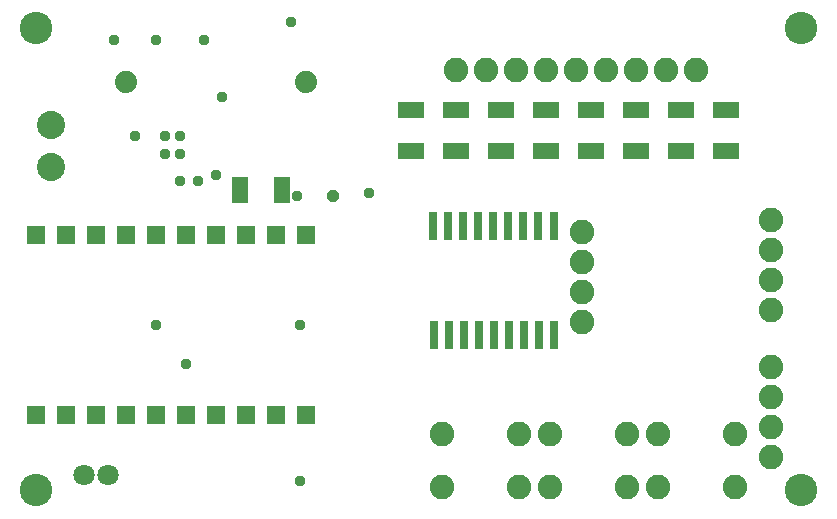
<source format=gbs>
G04 EAGLE Gerber RS-274X export*
G75*
%MOMM*%
%FSLAX34Y34*%
%LPD*%
%INSoldermask Bottom*%
%IPPOS*%
%AMOC8*
5,1,8,0,0,1.08239X$1,22.5*%
G01*
%ADD10C,2.743200*%
%ADD11C,2.082800*%
%ADD12R,0.803200X2.403200*%
%ADD13C,2.387600*%
%ADD14C,1.803200*%
%ADD15R,1.473200X2.263200*%
%ADD16R,2.263200X1.473200*%
%ADD17R,1.611200X1.611200*%
%ADD18C,1.879600*%
%ADD19C,0.959600*%
%ADD20P,1.038661X8X22.500000*%


D10*
X25400Y416560D03*
X673100Y416560D03*
X673100Y25400D03*
X25400Y25400D03*
D11*
X460248Y73406D03*
X525272Y73406D03*
X460248Y28194D03*
X525272Y28194D03*
X368808Y73406D03*
X433832Y73406D03*
X368808Y28194D03*
X433832Y28194D03*
D12*
X450850Y157200D03*
X399450Y249200D03*
X463550Y157200D03*
X438150Y157200D03*
X425450Y157200D03*
X412150Y249200D03*
X386750Y249200D03*
X374050Y249200D03*
X400050Y157200D03*
X412750Y157200D03*
X387350Y157200D03*
X374650Y157200D03*
X424850Y249200D03*
X437550Y249200D03*
X450550Y249200D03*
X463550Y249200D03*
X361950Y157200D03*
X361350Y249200D03*
D13*
X38100Y299500D03*
X38100Y334500D03*
D11*
X381000Y381000D03*
X406400Y381000D03*
X431800Y381000D03*
X457200Y381000D03*
X482600Y381000D03*
X508000Y381000D03*
X533400Y381000D03*
X558800Y381000D03*
X584200Y381000D03*
X647700Y177800D03*
X647700Y203200D03*
X647700Y228600D03*
X647700Y254000D03*
D14*
X86200Y38100D03*
X66200Y38100D03*
D11*
X487680Y243840D03*
X487680Y218440D03*
X487680Y193040D03*
X487680Y167640D03*
D15*
X198350Y279400D03*
X233450Y279400D03*
D16*
X571500Y312650D03*
X571500Y347750D03*
X609600Y312650D03*
X609600Y347750D03*
X342900Y312650D03*
X342900Y347750D03*
X381000Y312650D03*
X381000Y347750D03*
X419100Y312650D03*
X419100Y347750D03*
X457200Y312650D03*
X457200Y347750D03*
X495300Y312650D03*
X495300Y347750D03*
X533400Y312650D03*
X533400Y347750D03*
D11*
X616712Y28194D03*
X551688Y28194D03*
X616712Y73406D03*
X551688Y73406D03*
D17*
X127000Y88900D03*
X152400Y88900D03*
X177800Y88900D03*
X203200Y88900D03*
X228600Y88900D03*
X254000Y88900D03*
X101600Y88900D03*
X50800Y88900D03*
X76200Y88900D03*
X25400Y88900D03*
X25400Y241300D03*
X50800Y241300D03*
X76200Y241300D03*
X101600Y241300D03*
X127000Y241300D03*
X152400Y241300D03*
X177800Y241300D03*
X203200Y241300D03*
X228600Y241300D03*
X254000Y241300D03*
D18*
X101600Y370840D03*
X254000Y370840D03*
D11*
X647700Y53340D03*
X647700Y78740D03*
X647700Y104140D03*
X647700Y129540D03*
D19*
X147320Y287020D03*
X162560Y287020D03*
X109220Y325120D03*
X241300Y421640D03*
X307340Y276860D03*
X127000Y165100D03*
X248920Y165100D03*
X248920Y33020D03*
X167640Y406400D03*
X182880Y358140D03*
X127000Y406400D03*
X91440Y406400D03*
X134620Y325120D03*
X147320Y325120D03*
X147320Y309880D03*
X134620Y309880D03*
X246380Y274320D03*
D20*
X276860Y274320D03*
D19*
X152400Y132080D03*
X177800Y292100D03*
M02*

</source>
